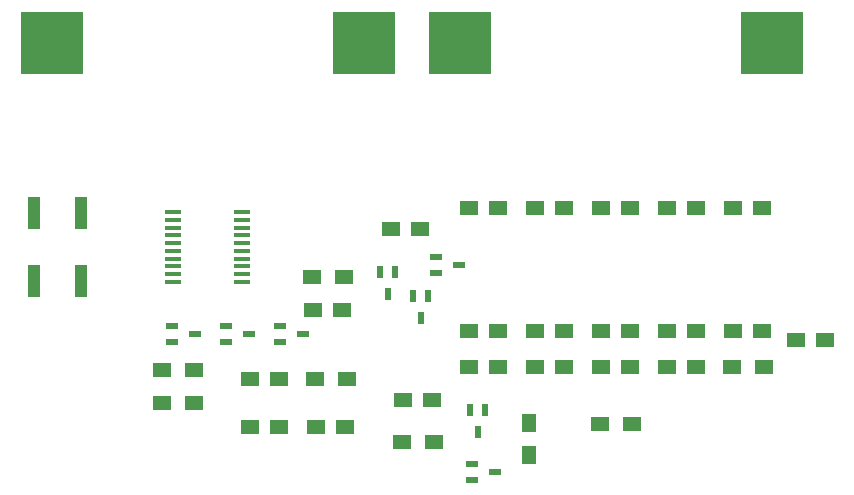
<source format=gtp>
G04 #@! TF.FileFunction,Paste,Top*
%FSLAX46Y46*%
G04 Gerber Fmt 4.6, Leading zero omitted, Abs format (unit mm)*
G04 Created by KiCad (PCBNEW 4.0.2+e4-6225~38~ubuntu15.10.1-stable) date Tue 31 May 2016 08:39:03 PM MDT*
%MOMM*%
G01*
G04 APERTURE LIST*
%ADD10C,0.100000*%
%ADD11R,1.450000X0.450000*%
%ADD12R,5.300000X5.300000*%
%ADD13R,1.500000X1.250000*%
%ADD14R,1.500000X1.300000*%
%ADD15R,1.000000X2.750000*%
%ADD16R,0.599440X1.000760*%
%ADD17R,1.000760X0.599440*%
%ADD18R,1.300000X1.500000*%
G04 APERTURE END LIST*
D10*
D11*
X44606000Y-62107000D03*
X44606000Y-61457000D03*
X44606000Y-60807000D03*
X44606000Y-60157000D03*
X44606000Y-59507000D03*
X44606000Y-58857000D03*
X44606000Y-58207000D03*
X44606000Y-57557000D03*
X44606000Y-56907000D03*
X44606000Y-56257000D03*
X38706000Y-56257000D03*
X38706000Y-56907000D03*
X38706000Y-57557000D03*
X38706000Y-58207000D03*
X38706000Y-58857000D03*
X38706000Y-59507000D03*
X38706000Y-60157000D03*
X38706000Y-60807000D03*
X38706000Y-61457000D03*
X38706000Y-62107000D03*
D12*
X62992000Y-41910000D03*
X89408000Y-41910000D03*
D13*
X47732000Y-74422000D03*
X45232000Y-74422000D03*
X50566000Y-64516000D03*
X53066000Y-64516000D03*
D14*
X53166000Y-61722000D03*
X50466000Y-61722000D03*
X37766000Y-72390000D03*
X40466000Y-72390000D03*
D15*
X30956000Y-62057000D03*
X30956000Y-56307000D03*
X26956000Y-56307000D03*
X26956000Y-62057000D03*
D12*
X28448000Y-41910000D03*
X54864000Y-41910000D03*
D13*
X47732000Y-70358000D03*
X45232000Y-70358000D03*
X59670000Y-57658000D03*
X57170000Y-57658000D03*
X50820000Y-74422000D03*
X53320000Y-74422000D03*
X60686000Y-72136000D03*
X58186000Y-72136000D03*
X63774000Y-66294000D03*
X66274000Y-66294000D03*
X69362000Y-66294000D03*
X71862000Y-66294000D03*
X66274000Y-55880000D03*
X63774000Y-55880000D03*
X74950000Y-66294000D03*
X77450000Y-66294000D03*
X83038000Y-69342000D03*
X80538000Y-69342000D03*
X77450000Y-69342000D03*
X74950000Y-69342000D03*
X66274000Y-69342000D03*
X63774000Y-69342000D03*
X71862000Y-55880000D03*
X69362000Y-55880000D03*
X80538000Y-66294000D03*
X83038000Y-66294000D03*
X71862000Y-69342000D03*
X69362000Y-69342000D03*
X88626000Y-55880000D03*
X86126000Y-55880000D03*
X77450000Y-55880000D03*
X74950000Y-55880000D03*
X86126000Y-66294000D03*
X88626000Y-66294000D03*
X83038000Y-55880000D03*
X80538000Y-55880000D03*
X91460000Y-67056000D03*
X93960000Y-67056000D03*
D16*
X59039760Y-63312040D03*
X60340240Y-63312040D03*
X59690000Y-65211960D03*
D17*
X38674040Y-67198240D03*
X38674040Y-65897760D03*
X40573960Y-66548000D03*
X43246040Y-67198240D03*
X43246040Y-65897760D03*
X45145960Y-66548000D03*
X47818040Y-67198240D03*
X47818040Y-65897760D03*
X49717960Y-66548000D03*
X64074040Y-78882240D03*
X64074040Y-77581760D03*
X65973960Y-78232000D03*
X61026040Y-61356240D03*
X61026040Y-60055760D03*
X62925960Y-60706000D03*
D16*
X56245760Y-61280040D03*
X57546240Y-61280040D03*
X56896000Y-63179960D03*
X63865760Y-72964040D03*
X65166240Y-72964040D03*
X64516000Y-74863960D03*
D14*
X40466000Y-69596000D03*
X37766000Y-69596000D03*
X50720000Y-70358000D03*
X53420000Y-70358000D03*
X60786000Y-75692000D03*
X58086000Y-75692000D03*
D18*
X68834000Y-76788000D03*
X68834000Y-74088000D03*
D14*
X77550000Y-74168000D03*
X74850000Y-74168000D03*
X88726000Y-69342000D03*
X86026000Y-69342000D03*
M02*

</source>
